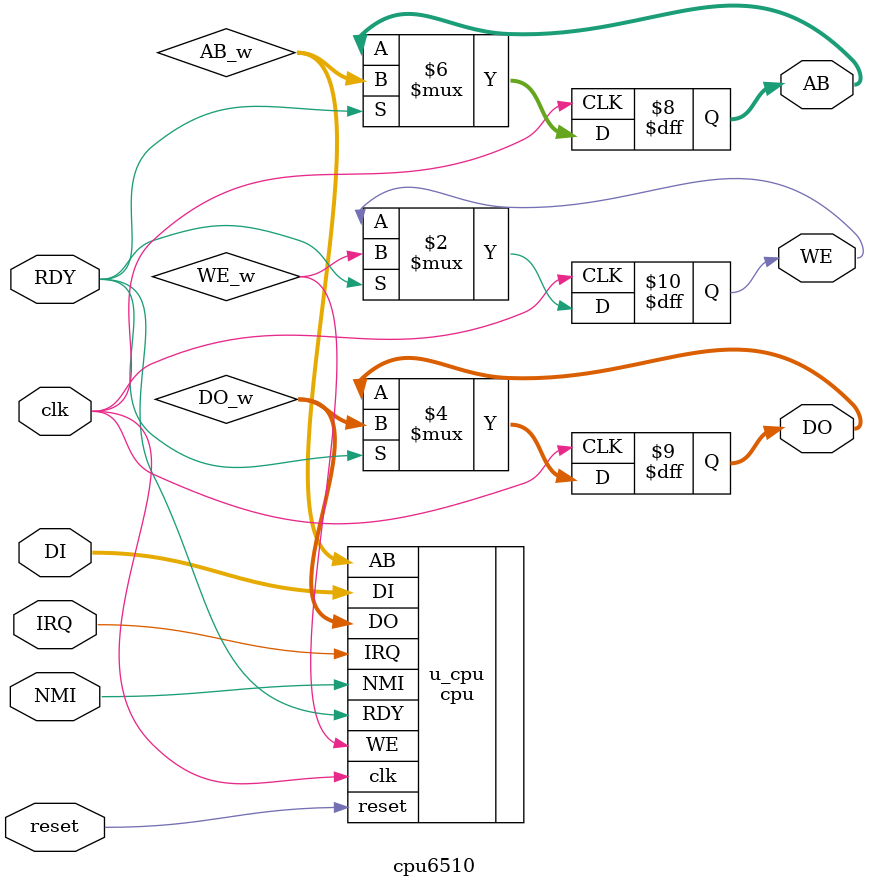
<source format=v>
/*
 * Copyright (C) 2020 Markus Lavin (https://www.zzzconsulting.se/)
 *
 * All rights reserved.
 *
 * This program is free software: you can redistribute it and/or modify
 * it under the terms of the GNU General Public License as published by
 * the Free Software Foundation, either version 3 of the License, or
 * (at your option) any later version.
 *
 * This program is distributed in the hope that it will be useful,
 * but WITHOUT ANY WARRANTY; without even the implied warranty of
 * MERCHANTABILITY or FITNESS FOR A PARTICULAR PURPOSE.  See the
 * GNU General Public License for more details.
 *
 * You should have received a copy of the GNU General Public License
 * along with this program.  If not, see <https://www.gnu.org/licenses/>.
 *
 */

module cpu6510(
  input clk,              // CPU clock
  input reset,            // reset signal
  output reg [15:0] AB,   // address bus
  input [7:0] DI,         // data in, read bus
  output reg [7:0] DO,    // data out, write bus
  output reg WE,          // write enable
  input IRQ,              // interrupt request
  input NMI,              // non-maskable interrupt request
  input RDY               // Ready signal. Pauses CPU when RDY=0
);

  wire [15:0] AB_w;
  wire [7:0] DO_w;
  wire WE_w;

  always @(posedge clk) begin
    if (RDY) begin
      AB <= AB_w;
      DO <= DO_w;
      WE <= WE_w;
    end
  end


  cpu u_cpu(
    .clk(clk),
    .reset(reset),
    .AB(AB_w),
    .DI(DI),
    .DO(DO_w),
    .WE(WE_w),
    .IRQ(IRQ),
    .NMI(NMI),
    .RDY(RDY)
  );

endmodule

</source>
